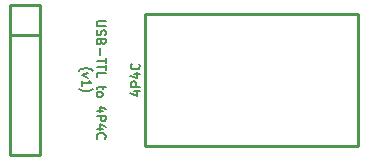
<source format=gto>
G04 (created by PCBNEW (22-Jun-2014 BZR 4027)-stable) date Wed 04 Apr 2018 02:47:27 AM CDT*
%MOIN*%
G04 Gerber Fmt 3.4, Leading zero omitted, Abs format*
%FSLAX34Y34*%
G01*
G70*
G90*
G04 APERTURE LIST*
%ADD10C,0.00590551*%
%ADD11C,0.006*%
%ADD12C,0.01*%
G04 APERTURE END LIST*
G54D10*
G54D11*
X71178Y-41800D02*
X70935Y-41800D01*
X70907Y-41814D01*
X70892Y-41828D01*
X70878Y-41857D01*
X70878Y-41914D01*
X70892Y-41942D01*
X70907Y-41957D01*
X70935Y-41971D01*
X71178Y-41971D01*
X70892Y-42100D02*
X70878Y-42142D01*
X70878Y-42214D01*
X70892Y-42242D01*
X70907Y-42257D01*
X70935Y-42271D01*
X70964Y-42271D01*
X70992Y-42257D01*
X71007Y-42242D01*
X71021Y-42214D01*
X71035Y-42157D01*
X71050Y-42128D01*
X71064Y-42114D01*
X71092Y-42100D01*
X71121Y-42100D01*
X71150Y-42114D01*
X71164Y-42128D01*
X71178Y-42157D01*
X71178Y-42228D01*
X71164Y-42271D01*
X71035Y-42500D02*
X71021Y-42542D01*
X71007Y-42557D01*
X70978Y-42571D01*
X70935Y-42571D01*
X70907Y-42557D01*
X70892Y-42542D01*
X70878Y-42514D01*
X70878Y-42400D01*
X71178Y-42400D01*
X71178Y-42500D01*
X71164Y-42528D01*
X71150Y-42542D01*
X71121Y-42557D01*
X71092Y-42557D01*
X71064Y-42542D01*
X71050Y-42528D01*
X71035Y-42500D01*
X71035Y-42400D01*
X70992Y-42700D02*
X70992Y-42928D01*
X71178Y-43028D02*
X71178Y-43200D01*
X70878Y-43114D02*
X71178Y-43114D01*
X71178Y-43257D02*
X71178Y-43428D01*
X70878Y-43342D02*
X71178Y-43342D01*
X70878Y-43671D02*
X70878Y-43528D01*
X71178Y-43528D01*
X71078Y-43957D02*
X71078Y-44071D01*
X71178Y-44000D02*
X70921Y-44000D01*
X70892Y-44014D01*
X70878Y-44042D01*
X70878Y-44071D01*
X70878Y-44214D02*
X70892Y-44185D01*
X70907Y-44171D01*
X70935Y-44157D01*
X71021Y-44157D01*
X71050Y-44171D01*
X71064Y-44185D01*
X71078Y-44214D01*
X71078Y-44257D01*
X71064Y-44285D01*
X71050Y-44300D01*
X71021Y-44314D01*
X70935Y-44314D01*
X70907Y-44300D01*
X70892Y-44285D01*
X70878Y-44257D01*
X70878Y-44214D01*
X71078Y-44800D02*
X70878Y-44800D01*
X71192Y-44728D02*
X70978Y-44657D01*
X70978Y-44842D01*
X70878Y-44957D02*
X71178Y-44957D01*
X71178Y-45071D01*
X71164Y-45100D01*
X71150Y-45114D01*
X71121Y-45128D01*
X71078Y-45128D01*
X71050Y-45114D01*
X71035Y-45100D01*
X71021Y-45071D01*
X71021Y-44957D01*
X71078Y-45385D02*
X70878Y-45385D01*
X71192Y-45314D02*
X70978Y-45242D01*
X70978Y-45428D01*
X70907Y-45714D02*
X70892Y-45699D01*
X70878Y-45657D01*
X70878Y-45628D01*
X70892Y-45585D01*
X70921Y-45557D01*
X70950Y-45542D01*
X71007Y-45528D01*
X71050Y-45528D01*
X71107Y-45542D01*
X71135Y-45557D01*
X71164Y-45585D01*
X71178Y-45628D01*
X71178Y-45657D01*
X71164Y-45699D01*
X71150Y-45714D01*
X70284Y-43450D02*
X70298Y-43435D01*
X70341Y-43407D01*
X70370Y-43392D01*
X70412Y-43378D01*
X70484Y-43364D01*
X70541Y-43364D01*
X70612Y-43378D01*
X70655Y-43392D01*
X70684Y-43407D01*
X70727Y-43435D01*
X70741Y-43450D01*
X70598Y-43535D02*
X70398Y-43607D01*
X70598Y-43678D01*
X70398Y-43950D02*
X70398Y-43778D01*
X70398Y-43864D02*
X70698Y-43864D01*
X70655Y-43835D01*
X70627Y-43807D01*
X70612Y-43778D01*
X70284Y-44050D02*
X70298Y-44064D01*
X70341Y-44092D01*
X70370Y-44107D01*
X70412Y-44121D01*
X70484Y-44135D01*
X70541Y-44135D01*
X70612Y-44121D01*
X70655Y-44107D01*
X70684Y-44092D01*
X70727Y-44064D01*
X70741Y-44050D01*
G54D12*
X68000Y-41250D02*
X68000Y-46250D01*
X69000Y-41250D02*
X69000Y-46250D01*
X69000Y-42250D02*
X68000Y-42250D01*
X69000Y-46250D02*
X68000Y-46250D01*
X68000Y-41250D02*
X69000Y-41250D01*
X72503Y-45956D02*
X79590Y-45956D01*
X72503Y-41547D02*
X79590Y-41547D01*
X72503Y-45956D02*
X72503Y-41547D01*
X79590Y-45956D02*
X79590Y-41547D01*
G54D11*
X72121Y-44135D02*
X72321Y-44135D01*
X72007Y-44207D02*
X72221Y-44278D01*
X72221Y-44092D01*
X72321Y-43978D02*
X72021Y-43978D01*
X72021Y-43864D01*
X72035Y-43835D01*
X72050Y-43821D01*
X72078Y-43807D01*
X72121Y-43807D01*
X72150Y-43821D01*
X72164Y-43835D01*
X72178Y-43864D01*
X72178Y-43978D01*
X72121Y-43550D02*
X72321Y-43550D01*
X72007Y-43621D02*
X72221Y-43692D01*
X72221Y-43507D01*
X72292Y-43221D02*
X72307Y-43235D01*
X72321Y-43278D01*
X72321Y-43307D01*
X72307Y-43350D01*
X72278Y-43378D01*
X72250Y-43392D01*
X72192Y-43407D01*
X72150Y-43407D01*
X72092Y-43392D01*
X72064Y-43378D01*
X72035Y-43350D01*
X72021Y-43307D01*
X72021Y-43278D01*
X72035Y-43235D01*
X72050Y-43221D01*
M02*

</source>
